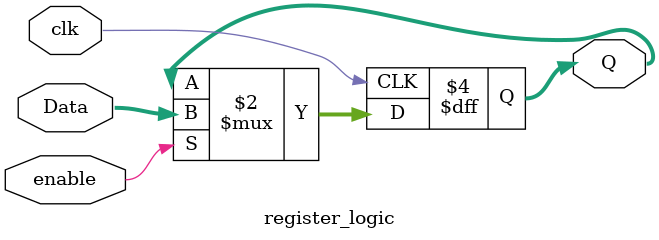
<source format=v>
`timescale 1ns / 1ps


module CLA_4bits(
    input clk,
    input enable,
    input [3:0] A,B,
    input Cin,
    output [4:0] Q
    );
    
    wire [4:0] Data;

    wire [3:0] G,P;
    wire [4:0] C;
    wire [3:0] Sum;
    wire Cout;
    assign P = A^B;
    assign G = A&B;    
    
    
    assign C[0] = Cin;
    assign C[1] = G[0] | (P[0] & C[0]);
    assign C[2] = G[1] | (P[1] & G[0]) | (P[1] & P[0] & C[0]);
    assign C[3] = G[2] | (P[2] & G[1]) | (P[2] & P[1] & G[0]) |             (P[2] & P[1] & P[0] & C[0]);
    assign Q[4] = G[3] | (P[3] & G[2]) | (P[3] & P[2] & G[1]) | (P[3] & P[2] & P[1] & G[0]) |(P[3] & P[2] & P[1] & P[0] & C[0]);
   
    assign Sum = P ^ C;
    
    assign Q[0] = Sum[0];
    assign Q[1] = Sum[1];
    assign Q[2] = Sum[2];
    assign Q[3] = Sum[3];
    
    
    
  
    
endmodule


module register_logic (
    input clk,
    input enable,
    input [4:0] Data,
    output reg [4:0] Q
    );
    
    always @(posedge clk)
    if(enable)
        Q <= Data;
endmodule


</source>
